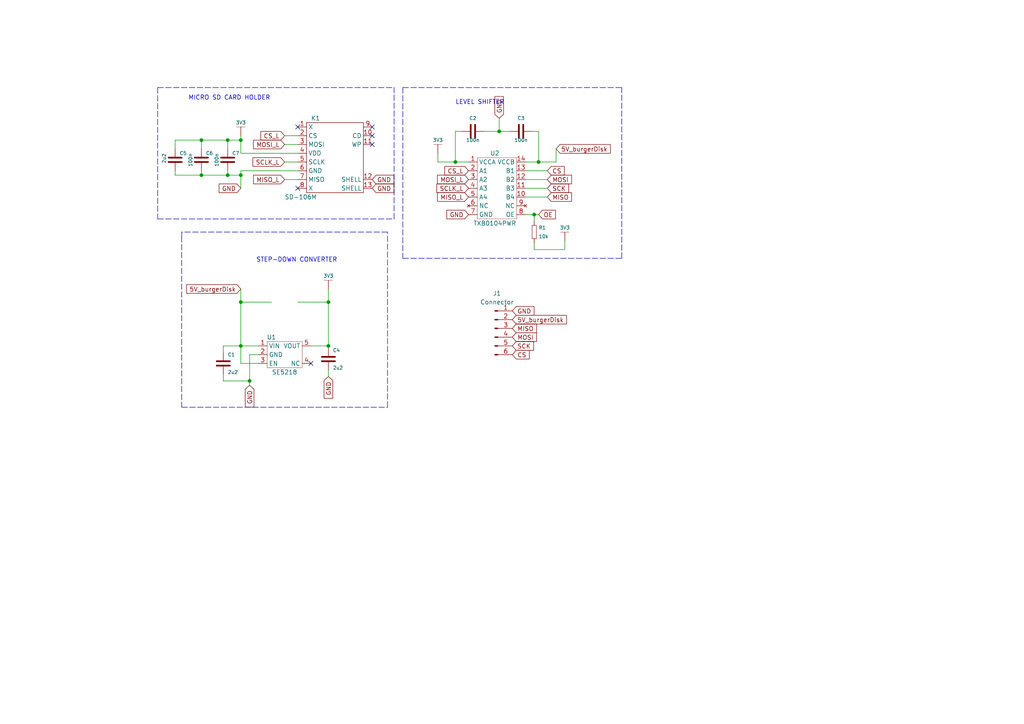
<source format=kicad_sch>
(kicad_sch (version 20250114) (generator "eeschema") (generator_version "9.0")
  (paper "A4")
  (title_block (title "MicroSD module") (date "2026-01-28") (rev "v2") (company "Colin Leroy-Mira") (comment 1 "License: CC BY-SA"))
  (lib_symbols
    (symbol "Connector:Conn_01x06_Pin" (pin_names (offset 1.016) (hide yes))
      (property "Reference" "J" (at 0 7.62 0))
      (property "Value" "Conn_01x06_Pin" (at 0 -10.16 0))
      (symbol "Conn_01x06_Pin_1_1"
        (rectangle (start 0.8636 5.207) (end 0 4.953) (stroke (width 0.1524)) (fill (type outline)))
        (rectangle (start 0.8636 2.667) (end 0 2.413) (stroke (width 0.1524)) (fill (type outline)))
        (rectangle (start 0.8636 0.127) (end 0 -0.127) (stroke (width 0.1524)) (fill (type outline)))
        (rectangle (start 0.8636 -2.413) (end 0 -2.667) (stroke (width 0.1524)) (fill (type outline)))
        (rectangle (start 0.8636 -4.953) (end 0 -5.207) (stroke (width 0.1524)) (fill (type outline)))
        (rectangle (start 0.8636 -7.493) (end 0 -7.747) (stroke (width 0.1524)) (fill (type outline)))
        (polyline (pts (xy 1.27 5.08) (xy 0.8636 5.08)) (stroke (width 0.1524)))
        (polyline (pts (xy 1.27 2.54) (xy 0.8636 2.54)) (stroke (width 0.1524)))
        (polyline (pts (xy 1.27 0) (xy 0.8636 0)) (stroke (width 0.1524)))
        (polyline (pts (xy 1.27 -2.54) (xy 0.8636 -2.54)) (stroke (width 0.1524)))
        (polyline (pts (xy 1.27 -5.08) (xy 0.8636 -5.08)) (stroke (width 0.1524)))
        (polyline (pts (xy 1.27 -7.62) (xy 0.8636 -7.62)) (stroke (width 0.1524)))
        (pin passive line (at 5.08 5.08 180) (length 3.81) (name "Pin_1") (number "1"))
        (pin passive line (at 5.08 2.54 180) (length 3.81) (name "Pin_2") (number "2"))
        (pin passive line (at 5.08 0 180) (length 3.81) (name "Pin_3") (number "3"))
        (pin passive line (at 5.08 -2.54 180) (length 3.81) (name "Pin_4") (number "4"))
        (pin passive line (at 5.08 -5.08 180) (length 3.81) (name "Pin_5") (number "5"))
        (pin passive line (at 5.08 -7.62 180) (length 3.81) (name "Pin_6") (number "6"))
      )
    )
    (symbol "e-radionica.com schematics:0603C" (pin_numbers (hide yes)) (pin_names (offset 0.002))
      (property "Reference" "C" (at -0.635 3.175 0))
      (property "Value" "0603C" (at 0 -3.175 0))
      (symbol "0603C_0_1"
        (polyline (pts (xy -0.635 1.905) (xy -0.635 -1.905)) (stroke (width 0.5)))
        (polyline (pts (xy 0.635 1.905) (xy 0.635 -1.905)) (stroke (width 0.5)))
      )
      (symbol "0603C_1_1"
        (pin passive line (at -3.175 0 0) (length 2.54) (name "~") (number "1"))
        (pin passive line (at 3.175 0 180) (length 2.54) (name "~") (number "2"))
      )
    )
    (symbol "e-radionica.com schematics:0603R" (pin_numbers (hide yes)) (pin_names (offset 0.254))
      (property "Reference" "R" (at -1.905 1.905 0))
      (property "Value" "0603R" (at 0 -1.905 0))
      (symbol "0603R_0_1"
        (rectangle (start -1.905 0.635) (end -1.8796 -0.635) (stroke (width 0.1)))
        (rectangle (start -1.905 0.635) (end 1.905 0.6096) (stroke (width 0.1)))
        (rectangle (start -1.905 -0.635) (end 1.905 -0.6604) (stroke (width 0.1)))
        (rectangle (start 1.905 0.635) (end 1.9304 -0.635) (stroke (width 0.1)))
      )
      (symbol "0603R_1_1"
        (pin passive line (at -3.175 0 0) (length 1.27) (name "~") (number "1"))
        (pin passive line (at 3.175 0 180) (length 1.27) (name "~") (number "2"))
      )
    )
    (symbol "e-radionica.com schematics:3V3" (power) (pin_names (offset 0))
      (property "Value" "3V3" (at 0 3.556 0))
      (symbol "3V3_0_1"
        (polyline (pts (xy -1.27 2.54) (xy 1.27 2.54)) (stroke (width 0.0006)))
        (polyline (pts (xy 0 0) (xy 0 2.54)))
      )
      (symbol "3V3_1_1"
        (pin power_in line (at 0 0 90) (length 0) (hide yes) (name "3V3") (number "1"))
      )
    )
    (symbol "e-radionica.com schematics:HYC77-TF09-200"
      (property "Reference" "K1" (at -1.27 11.4301 0))
      (property "Value" "SD-106M" (at -8.89 -11.4299 0))
      (symbol "HYC77-TF09-200_0_1"
        (rectangle (start -2.54 10.16) (end 13.97 -10.16) (stroke (width 0.1524)))
      )
      (symbol "HYC77-TF09-200_1_1"
        (pin bidirectional line (at -5.08 8.89 0) (length 2.54) (name "X") (number "1"))
        (pin bidirectional line (at -5.08 6.35 0) (length 2.54) (name "CS") (number "2"))
        (pin bidirectional line (at -5.08 3.81 0) (length 2.54) (name "MOSI") (number "3"))
        (pin bidirectional line (at -5.08 1.27 0) (length 2.54) (name "VDD") (number "4"))
        (pin bidirectional line (at -5.08 -1.27 0) (length 2.54) (name "SCLK") (number "5"))
        (pin bidirectional line (at -5.08 -3.81 0) (length 2.54) (name "GND") (number "6"))
        (pin bidirectional line (at -5.08 -6.35 0) (length 2.54) (name "MISO") (number "7"))
        (pin bidirectional line (at -5.08 -8.89 0) (length 2.54) (name "X") (number "8"))
        (pin bidirectional line (at 16.51 8.89 180) (length 2.54) (name "") (number "9"))
        (pin bidirectional line (at 16.51 6.35 180) (length 2.54) (name "CD") (number "10"))
        (pin bidirectional line (at 16.51 3.81 180) (length 2.54) (name "WP") (number "11"))
        (pin passive line (at 16.51 -6.35 180) (length 2.54) (name "SHELL") (number "12"))
        (pin passive line (at 16.51 -8.89 180) (length 2.54) (name "SHELL") (number "13"))
      )
    )
    (symbol "e-radionica.com schematics:SE5218"
      (property "Reference" "U2" (at -3.81 5.08 0))
      (property "Value" "SE5218" (at 0 -5.08 0))
      (symbol "SE5218_0_1"
        (rectangle (start -5.08 3.81) (end 5.08 -3.81) (stroke (width 0.0006)))
      )
      (symbol "SE5218_1_1"
        (pin power_in line (at -7.62 2.54 0) (length 2.54) (name "VIN") (number "1"))
        (pin passive line (at -7.62 0 0) (length 2.54) (name "GND") (number "2"))
        (pin input line (at -7.62 -2.54 0) (length 2.54) (name "EN") (number "3"))
        (pin power_out line (at 7.62 2.54 180) (length 2.54) (name "VOUT") (number "5"))
        (pin passive line (at 7.62 -2.54 180) (length 2.54) (name "NC") (number "4"))
      )
    )
    (symbol "e-radionica.com schematics:TXB0104QPWRQ1"
      (property "Reference" "U" (at 0 8.89 0))
      (property "Value" "TXB0104QPWRQ1" (at 0 -11.43 0))
      (symbol "TXB0104QPWRQ1_0_1"
        (rectangle (start -5.08 7.62) (end 6.35 -10.16) (stroke (width 0.0006)))
      )
      (symbol "TXB0104QPWRQ1_1_1"
        (pin power_in line (at -7.62 6.35 0) (length 2.54) (name "VCCA") (number "1"))
        (pin passive line (at -7.62 3.81 0) (length 2.54) (name "A1") (number "2"))
        (pin passive line (at -7.62 1.27 0) (length 2.54) (name "A2") (number "3"))
        (pin passive line (at -7.62 -1.27 0) (length 2.54) (name "A3") (number "4"))
        (pin passive line (at -7.62 -3.81 0) (length 2.54) (name "A4") (number "5"))
        (pin no_connect line (at -7.62 -6.35 0) (length 2.54) (name "NC") (number "6"))
        (pin passive line (at -7.62 -8.89 0) (length 2.54) (name "GND") (number "7"))
        (pin power_out line (at 8.89 6.35 180) (length 2.54) (name "VCCB") (number "14"))
        (pin passive line (at 8.89 3.81 180) (length 2.54) (name "B1") (number "13"))
        (pin passive line (at 8.89 1.27 180) (length 2.54) (name "B2") (number "12"))
        (pin passive line (at 8.89 -1.27 180) (length 2.54) (name "B3") (number "11"))
        (pin passive line (at 8.89 -3.81 180) (length 2.54) (name "B4") (number "10"))
        (pin no_connect line (at 8.89 -6.35 180) (length 2.54) (name "NC") (number "9"))
        (pin passive line (at 8.89 -8.89 180) (length 2.54) (name "OE") (number "8"))
      )
    )
  )
  (text "LEVEL SHIFTER" (at 132.08 30.48 0) (effects (font (size 1.27 1.27)) (justify left bottom)))
  (text "STEP-DOWN CONVERTER" (at 74.295 76.2 0) (effects (font (size 1.27 1.27)) (justify left bottom)))
  (text "MICRO SD CARD HOLDER" (at 54.61 29.21 0) (effects (font (size 1.27 1.27)) (justify left bottom)))
  (junction (at 69.85 50.8) (diameter 0.9144))
  (junction (at 72.39 110.49) (diameter 0.9144))
  (junction (at 132.08 46.99))
  (junction (at 156.21 46.99) (diameter 0.9144))
  (junction (at 95.25 87.63) (diameter 0.9144))
  (junction (at 69.85 40.64) (diameter 0.9144))
  (junction (at 95.25 100.33) (diameter 0.9144))
  (junction (at 58.42 40.64) (diameter 0.9144))
  (junction (at 58.42 50.8) (diameter 0.9144))
  (junction (at 69.85 100.33) (diameter 0.9144))
  (junction (at 154.94 62.23) (diameter 0.9144))
  (junction (at 66.04 50.8) (diameter 0.9144))
  (junction (at 69.85 87.63) (diameter 0.9144))
  (junction (at 144.78 38.1))
  (junction (at 66.04 40.64) (diameter 0.9144))
  (no_connect (at 86.36 54.61))
  (no_connect (at 107.95 41.91))
  (no_connect (at 90.17 105.41))
  (no_connect (at 107.95 36.83))
  (no_connect (at 107.95 39.37))
  (no_connect (at 86.36 36.83))
  (polyline (pts (xy 45.72 25.4) (xy 45.72 63.5)) (stroke (width 0) (type dash)))
  (polyline (pts (xy 116.84 74.93) (xy 180.34 74.93)) (stroke (width 0) (type dash)))
  (wire (pts (xy 72.39 110.49) (xy 72.39 111.76)))
  (wire (pts (xy 64.77 110.49) (xy 72.39 110.49)))
  (wire (pts (xy 69.85 50.8) (xy 69.85 54.61)))
  (polyline (pts (xy 52.705 118.11) (xy 112.395 118.11)) (stroke (width 0) (type dash)))
  (wire (pts (xy 64.77 108.585) (xy 64.77 110.49)))
  (wire (pts (xy 154.305 38.1) (xy 156.21 38.1)))
  (wire (pts (xy 66.04 40.64) (xy 69.85 40.64)))
  (wire (pts (xy 152.4 52.07) (xy 158.75 52.07)))
  (wire (pts (xy 64.77 102.235) (xy 64.77 100.33)))
  (wire (pts (xy 140.335 38.1) (xy 144.78 38.1)))
  (wire (pts (xy 74.93 105.41) (xy 69.85 105.41)))
  (wire (pts (xy 152.4 54.61) (xy 158.75 54.61)))
  (wire (pts (xy 69.85 40.64) (xy 69.85 44.45)))
  (wire (pts (xy 69.85 87.63) (xy 78.74 87.63)))
  (polyline (pts (xy 116.84 25.4) (xy 116.84 74.93)) (stroke (width 0) (type dash)))
  (polyline (pts (xy 116.84 25.4) (xy 180.34 25.4)) (stroke (width 0) (type dash)))
  (polyline (pts (xy 114.3 63.5) (xy 114.3 25.4)) (stroke (width 0) (type dash)))
  (wire (pts (xy 50.8 40.64) (xy 58.42 40.64)))
  (wire (pts (xy 152.4 57.15) (xy 158.75 57.15)))
  (wire (pts (xy 132.08 38.1) (xy 133.985 38.1)))
  (wire (pts (xy 154.94 62.23) (xy 154.94 64.135)))
  (polyline (pts (xy 112.395 118.11) (xy 112.395 67.31)) (stroke (width 0) (type dash)))
  (wire (pts (xy 69.85 44.45) (xy 86.36 44.45)))
  (wire (pts (xy 127 46.99) (xy 132.08 46.99)))
  (wire (pts (xy 82.55 52.07) (xy 86.36 52.07)))
  (wire (pts (xy 154.94 70.485) (xy 154.94 72.39)))
  (polyline (pts (xy 45.72 25.4) (xy 114.3 25.4)) (stroke (width 0) (type dash)))
  (wire (pts (xy 152.4 46.99) (xy 156.21 46.99)))
  (wire (pts (xy 144.78 34.29) (xy 144.78 38.1)))
  (wire (pts (xy 154.94 62.23) (xy 156.21 62.23)))
  (wire (pts (xy 82.55 46.99) (xy 86.36 46.99)))
  (wire (pts (xy 152.4 49.53) (xy 158.75 49.53)))
  (wire (pts (xy 69.85 105.41) (xy 69.85 100.33)))
  (wire (pts (xy 69.85 87.63) (xy 69.85 100.33)))
  (wire (pts (xy 50.8 43.18) (xy 50.8 40.64)))
  (wire (pts (xy 95.25 87.63) (xy 95.25 100.33)))
  (wire (pts (xy 95.25 107.315) (xy 95.25 109.22)))
  (wire (pts (xy 86.36 87.63) (xy 95.25 87.63)))
  (wire (pts (xy 50.8 50.8) (xy 58.42 50.8)))
  (wire (pts (xy 132.08 38.1) (xy 132.08 46.99)))
  (wire (pts (xy 69.85 49.53) (xy 86.36 49.53)))
  (wire (pts (xy 90.17 100.33) (xy 95.25 100.33)))
  (wire (pts (xy 66.04 40.64) (xy 66.04 43.18)))
  (wire (pts (xy 152.4 62.23) (xy 154.94 62.23)))
  (wire (pts (xy 161.29 46.99) (xy 156.21 46.99)))
  (wire (pts (xy 58.42 40.64) (xy 66.04 40.64)))
  (wire (pts (xy 144.78 38.1) (xy 147.955 38.1)))
  (wire (pts (xy 69.85 39.37) (xy 69.85 40.64)))
  (wire (pts (xy 95.25 100.33) (xy 95.25 100.965)))
  (wire (pts (xy 66.04 50.8) (xy 69.85 50.8)))
  (wire (pts (xy 58.42 50.8) (xy 66.04 50.8)))
  (wire (pts (xy 58.42 49.53) (xy 58.42 50.8)))
  (polyline (pts (xy 52.705 68.58) (xy 52.705 118.11)) (stroke (width 0) (type dash)))
  (wire (pts (xy 74.93 100.33) (xy 69.85 100.33)))
  (wire (pts (xy 74.93 102.87) (xy 72.39 102.87)))
  (wire (pts (xy 156.21 38.1) (xy 156.21 46.99)))
  (wire (pts (xy 161.29 43.18) (xy 161.29 46.99)))
  (wire (pts (xy 64.77 100.33) (xy 69.85 100.33)))
  (wire (pts (xy 95.25 87.63) (xy 95.25 83.82)))
  (polyline (pts (xy 52.705 67.31) (xy 52.705 68.58)) (stroke (width 0) (type dash)))
  (wire (pts (xy 132.08 46.99) (xy 135.89 46.99)))
  (polyline (pts (xy 45.72 63.5) (xy 114.3 63.5)) (stroke (width 0) (type dash)))
  (wire (pts (xy 66.04 49.53) (xy 66.04 50.8)))
  (wire (pts (xy 154.94 72.39) (xy 163.83 72.39)))
  (wire (pts (xy 82.55 41.91) (xy 86.36 41.91)))
  (wire (pts (xy 72.39 102.87) (xy 72.39 110.49)))
  (wire (pts (xy 163.83 72.39) (xy 163.83 69.85)))
  (polyline (pts (xy 180.34 74.93) (xy 180.34 25.4)) (stroke (width 0) (type dash)))
  (wire (pts (xy 69.85 49.53) (xy 69.85 50.8)))
  (wire (pts (xy 127 44.45) (xy 127 46.99)))
  (wire (pts (xy 58.42 40.64) (xy 58.42 43.18)))
  (polyline (pts (xy 112.395 67.31) (xy 52.705 67.31)) (stroke (width 0) (type dash)))
  (wire (pts (xy 50.8 49.53) (xy 50.8 50.8)))
  (wire (pts (xy 69.85 83.82) (xy 69.85 87.63)))
  (wire (pts (xy 82.55 39.37) (xy 86.36 39.37)))
  (global_label "GND" (shape input) (at 107.95 52.07 0) (property "Intersheetrefs" "${INTERSHEET_REFS}" (effects (hide yes))))
  (global_label "OE" (shape input) (at 156.21 62.23 0) (property "Intersheetrefs" "${INTERSHEET_REFS}" (effects (hide yes))))
  (global_label "GND" (shape input) (at 69.85 54.61 180) (property "Intersheetrefs" "${INTERSHEET_REFS}" (effects (hide yes))))
  (global_label "GND" (shape input) (at 107.95 54.61 0) (property "Intersheetrefs" "${INTERSHEET_REFS}" (effects (hide yes))))
  (global_label "SCK" (shape input) (at 158.75 54.61 0) (property "Intersheetrefs" "${INTERSHEET_REFS}" (effects (hide yes))))
  (global_label "CS_L" (shape input) (at 82.55 39.37 180) (property "Intersheetrefs" "${INTERSHEET_REFS}" (effects (hide yes))))
  (global_label "MOSI" (shape input) (at 148.59 97.79 0) (property "Intersheetrefs" "${INTERSHEET_REFS}" (effects (hide yes))))
  (global_label "5V_burgerDisk" (shape input) (at 161.29 43.18 0) (property "Intersheetrefs" "${INTERSHEET_REFS}" (effects (hide yes))))
  (global_label "MOSI_L" (shape input) (at 135.89 52.07 180) (property "Intersheetrefs" "${INTERSHEET_REFS}" (effects (hide yes))))
  (global_label "CS" (shape input) (at 148.59 102.87 0) (property "Intersheetrefs" "${INTERSHEET_REFS}" (effects (hide yes))))
  (global_label "MISO" (shape input) (at 148.59 95.25 0) (property "Intersheetrefs" "${INTERSHEET_REFS}" (effects (hide yes))))
  (global_label "5V_burgerDisk" (shape input) (at 148.59 92.71 0) (property "Intersheetrefs" "${INTERSHEET_REFS}" (effects (hide yes))))
  (global_label "5V_burgerDisk" (shape input) (at 69.85 83.82 180) (property "Intersheetrefs" "${INTERSHEET_REFS}" (effects (hide yes))))
  (global_label "MISO_L" (shape input) (at 135.89 57.15 180) (property "Intersheetrefs" "${INTERSHEET_REFS}" (effects (hide yes))))
  (global_label "CS" (shape input) (at 158.75 49.53 0) (property "Intersheetrefs" "${INTERSHEET_REFS}" (effects (hide yes))))
  (global_label "CS_L" (shape input) (at 135.89 49.53 180) (property "Intersheetrefs" "${INTERSHEET_REFS}" (effects (hide yes))))
  (global_label "GND" (shape input) (at 144.78 34.29 90) (property "Intersheetrefs" "${INTERSHEET_REFS}" (effects (hide yes))))
  (global_label "SCLK_L" (shape input) (at 135.89 54.61 180) (property "Intersheetrefs" "${INTERSHEET_REFS}" (effects (hide yes))))
  (global_label "MISO_L" (shape input) (at 82.55 52.07 180) (property "Intersheetrefs" "${INTERSHEET_REFS}" (effects (hide yes))))
  (global_label "MOSI" (shape input) (at 158.75 52.07 0) (property "Intersheetrefs" "${INTERSHEET_REFS}" (effects (hide yes))))
  (global_label "GND" (shape input) (at 72.39 111.76 270) (property "Intersheetrefs" "${INTERSHEET_REFS}" (effects (hide yes))))
  (global_label "GND" (shape input) (at 135.89 62.23 180) (property "Intersheetrefs" "${INTERSHEET_REFS}" (effects (hide yes))))
  (global_label "MOSI_L" (shape input) (at 82.55 41.91 180) (property "Intersheetrefs" "${INTERSHEET_REFS}" (effects (hide yes))))
  (global_label "MISO" (shape input) (at 158.75 57.15 0) (property "Intersheetrefs" "${INTERSHEET_REFS}" (effects (hide yes))))
  (global_label "GND" (shape input) (at 148.59 90.17 0) (property "Intersheetrefs" "${INTERSHEET_REFS}" (effects (hide yes))))
  (global_label "SCLK_L" (shape input) (at 82.55 46.99 180) (property "Intersheetrefs" "${INTERSHEET_REFS}" (effects (hide yes))))
  (global_label "SCK" (shape input) (at 148.59 100.33 0) (property "Intersheetrefs" "${INTERSHEET_REFS}" (effects (hide yes))))
  (global_label "GND" (shape input) (at 95.25 109.22 270) (property "Intersheetrefs" "${INTERSHEET_REFS}" (effects (hide yes))))
  (symbol (lib_id "e-radionica.com schematics:0603C") (at 137.16 38.1 0) (unit 1)
    (property "Reference" "C2" (at 137.16 34.29 0) (effects (font (size 1 1))))
    (property "Value" "100n" (at 137.16 40.64 0) (effects (font (size 1 1))))
    (property "Footprint" "Capacitor_SMD:C_0603_1608Metric" (effects (hide yes)))
    (property "LCSC" "C1590" (effects (hide yes)))
  )
  (symbol (lib_id "e-radionica.com schematics:3V3") (at 69.85 39.37 0) (unit 1)
    (property "Reference" "#PWR01" (effects (hide yes)))
    (property "Value" "3V3" (at 69.85 35.56 0) (effects (font (size 1 1))))
  )
  (symbol (lib_id "e-radionica.com schematics:SE5218") (at 82.55 102.87 0) (unit 1)
    (property "Reference" "U1" (at 78.74 97.79 0))
    (property "Value" "SE5218" (at 82.55 107.95 0))
    (property "Footprint" "Package_TO_SOT_SMD:SOT-23-5" (effects (hide yes)))
    (property "LCSC" "C118233" (effects (hide yes)))
  )
  (symbol (lib_id "e-radionica.com schematics:0603C") (at 50.8 46.355 90) (unit 1)
    (property "Reference" "C5" (at 52.07 44.45 90) (effects (font (size 1 1)) (justify right)))
    (property "Value" "2u2" (at 47.625 44.45 0) (effects (font (size 1 1)) (justify right)))
    (property "Footprint" "Capacitor_SMD:C_0603_1608Metric" (effects (hide yes)))
    (property "LCSC" "C1607" (effects (hide yes)))
  )
  (symbol (lib_id "e-radionica.com schematics:0603C") (at 95.25 104.14 90) (unit 1)
    (property "Reference" "C4" (at 96.52 101.6 90) (effects (font (size 1 1)) (justify right)))
    (property "Value" "2u2" (at 96.52 106.68 90) (effects (font (size 1 1)) (justify right)))
    (property "Footprint" "Capacitor_SMD:C_0603_1608Metric" (effects (hide yes)))
    (property "LCSC" "C1607" (effects (hide yes)))
  )
  (symbol (lib_id "e-radionica.com schematics:3V3") (at 95.25 83.82 0) (unit 1)
    (property "Reference" "#PWR05" (effects (hide yes)))
    (property "Value" "3V3" (at 95.25 80.01 0) (effects (font (size 1 1))))
  )
  (symbol (lib_id "Connector:Conn_01x06_Pin") (at 143.51 95.25 0) (unit 1)
    (property "Reference" "J1" (at 144.145 85.09 0))
    (property "Value" "Connector" (at 144.145 87.63 0))
    (property "Footprint" "Connector_PinHeader_2.54mm:PinHeader_1x06_P2.54mm_Horizontal" (effects (hide yes)))
    (property "Description" "Generic connector, single row, 01x06, script generated" (effects (hide yes)))
    (property "LCSC" "C56816" (effects (hide yes)))
  )
  (symbol (lib_id "e-radionica.com schematics:HYC77-TF09-200") (at 91.44 45.72 0) (unit 1)
    (property "Reference" "K1" (at 90.17 34.2899 0) (effects (justify left)))
    (property "Value" "SD-106M" (at 82.55 57.1499 0) (effects (justify left)))
    (property "Footprint" "SD-106M:SD-SMD_SD-106M" (effects (hide yes)))
    (property "LCSC" "C266603" (effects (hide yes)))
    (property "JLC_3DModel" "c5caca3680b94ec08f0c91dd89c79f9f" (effects (hide yes)))
    (property "JLC_3D_Size" "28.7 30.4" (effects (hide yes)))
  )
  (symbol (lib_id "e-radionica.com schematics:0603R") (at 154.94 67.31 90) (unit 1)
    (property "Reference" "R1" (at 156.21 66.04 90) (effects (font (size 1 1)) (justify right)))
    (property "Value" "10k" (at 156.21 68.58 90) (effects (font (size 1 1)) (justify right)))
    (property "Footprint" "Resistor_SMD:R_0603_1608Metric" (effects (hide yes)))
    (property "LCSC" "C177337" (effects (hide yes)))
  )
  (symbol (lib_id "e-radionica.com schematics:0603C") (at 58.42 46.355 90) (unit 1)
    (property "Reference" "C6" (at 59.69 44.45 90) (effects (font (size 1 1)) (justify right)))
    (property "Value" "100n" (at 55.245 44.45 0) (effects (font (size 1 1)) (justify right)))
    (property "Footprint" "Capacitor_SMD:C_0603_1608Metric" (effects (hide yes)))
    (property "LCSC" "C1590" (effects (hide yes)))
  )
  (symbol (lib_id "e-radionica.com schematics:0603C") (at 66.04 46.355 90) (unit 1)
    (property "Reference" "C7" (at 67.31 44.45 90) (effects (font (size 1 1)) (justify right)))
    (property "Value" "100n" (at 62.865 44.45 0) (effects (font (size 1 1)) (justify right)))
    (property "Footprint" "Capacitor_SMD:C_0603_1608Metric" (effects (hide yes)))
    (property "LCSC" "C1590" (effects (hide yes)))
  )
  (symbol (lib_id "e-radionica.com schematics:3V3") (at 127 44.45 0) (unit 1)
    (property "Reference" "#PWR07" (effects (hide yes)))
    (property "Value" "3V3" (at 127 40.64 0) (effects (font (size 1 1))))
  )
  (symbol (lib_id "e-radionica.com schematics:0603C") (at 64.77 105.41 90) (unit 1)
    (property "Reference" "C1" (at 66.04 102.87 90) (effects (font (size 1 1)) (justify right)))
    (property "Value" "2u2" (at 66.04 107.95 90) (effects (font (size 1 1)) (justify right)))
    (property "Footprint" "Capacitor_SMD:C_0603_1608Metric" (effects (hide yes)))
    (property "LCSC" "C1607" (effects (hide yes)))
  )
  (symbol (lib_id "e-radionica.com schematics:0603C") (at 151.13 38.1 0) (unit 1)
    (property "Reference" "C3" (at 151.13 34.29 0) (effects (font (size 1 1))))
    (property "Value" "100n" (at 151.13 40.64 0) (effects (font (size 1 1))))
    (property "Footprint" "Capacitor_SMD:C_0603_1608Metric" (effects (hide yes)))
    (property "LCSC" "C1590" (effects (hide yes)))
  )
  (symbol (lib_id "e-radionica.com schematics:3V3") (at 163.83 69.85 0) (unit 1)
    (property "Reference" "#PWR011" (effects (hide yes)))
    (property "Value" "3V3" (at 163.83 66.04 0) (effects (font (size 1 1))))
  )
  (symbol (lib_id "e-radionica.com schematics:TXB0104QPWRQ1") (at 143.51 53.34 0) (unit 1)
    (property "Reference" "U2" (at 143.51 44.45 0))
    (property "Value" "TXB0104PWR" (at 143.51 64.77 0))
    (property "Footprint" "Package_SO:TSSOP-14-1EP_4.4x5mm_P0.65mm" (effects (hide yes)))
    (property "LCSC" "C60708" (effects (hide yes)))
  )
)
</source>
